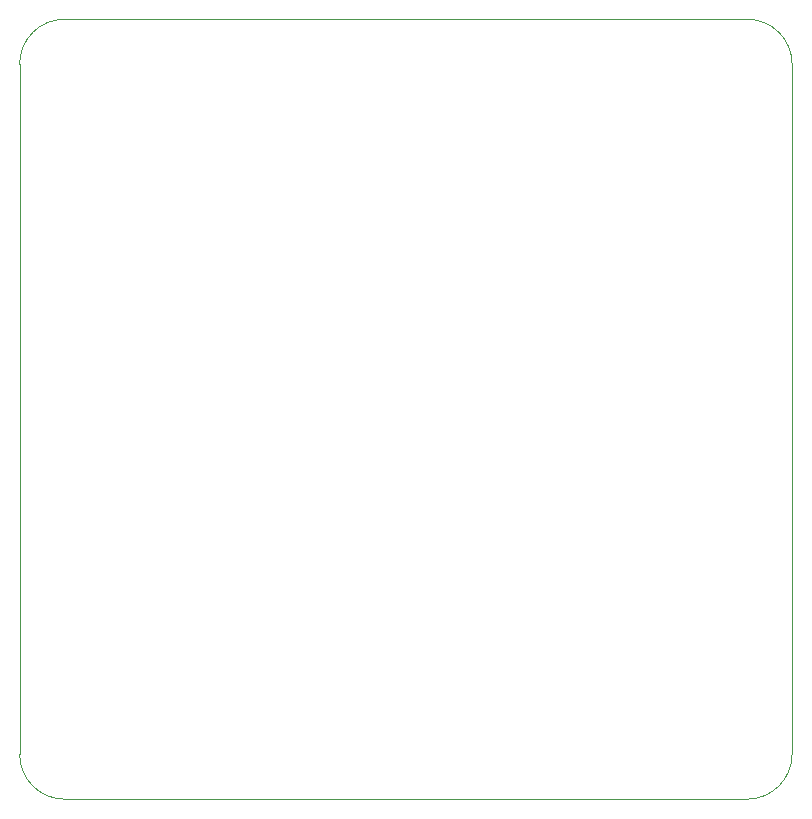
<source format=gbr>
G04 #@! TF.GenerationSoftware,KiCad,Pcbnew,(5.1.0)-1*
G04 #@! TF.CreationDate,2019-05-27T17:00:03-04:00*
G04 #@! TF.ProjectId,pro-mini-adapter-board,70726f2d-6d69-46e6-992d-616461707465,rev?*
G04 #@! TF.SameCoordinates,Original*
G04 #@! TF.FileFunction,Profile,NP*
%FSLAX46Y46*%
G04 Gerber Fmt 4.6, Leading zero omitted, Abs format (unit mm)*
G04 Created by KiCad (PCBNEW (5.1.0)-1) date 2019-05-27 17:00:03*
%MOMM*%
%LPD*%
G04 APERTURE LIST*
%ADD10C,0.050000*%
G04 APERTURE END LIST*
D10*
X83820000Y-117475000D02*
G75*
G02X80010000Y-113665000I0J3810000D01*
G01*
X145415000Y-113665000D02*
G75*
G02X141605000Y-117475000I-3810000J0D01*
G01*
X141605000Y-51435000D02*
G75*
G02X145415000Y-55245000I0J-3810000D01*
G01*
X80010000Y-55245000D02*
G75*
G02X83820000Y-51435000I3810000J0D01*
G01*
X80010000Y-113665000D02*
X80010000Y-55245000D01*
X141605000Y-117475000D02*
X83820000Y-117475000D01*
X145415000Y-55245000D02*
X145415000Y-113665000D01*
X83820000Y-51435000D02*
X141605000Y-51435000D01*
M02*

</source>
